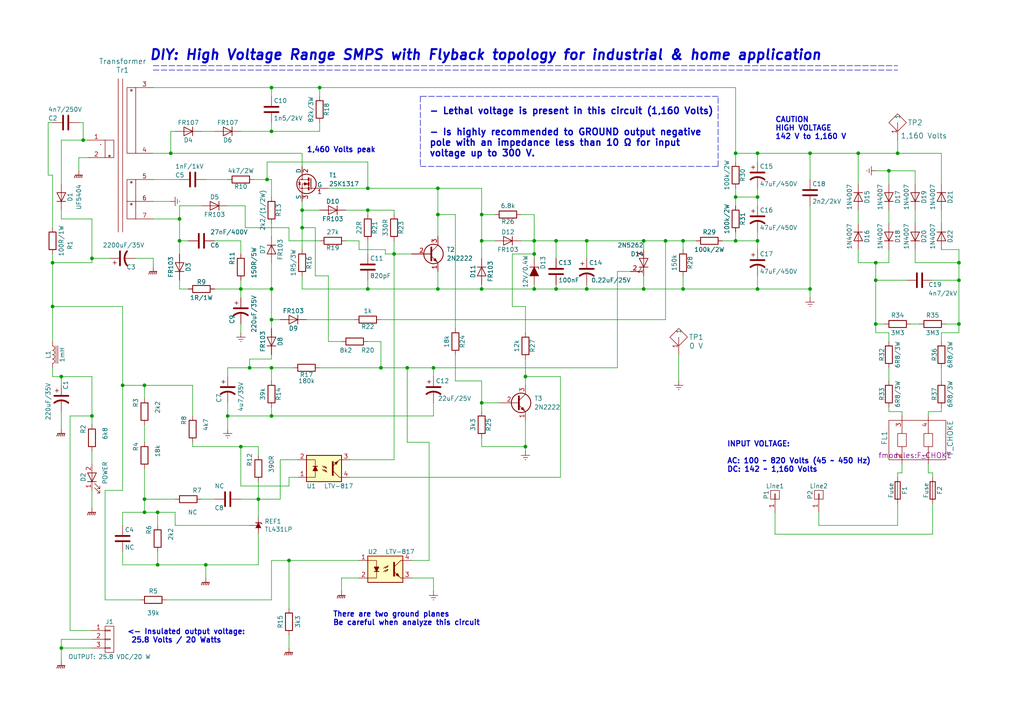
<source format=kicad_sch>
(kicad_sch (version 20231120) (generator "eeschema") (generator_version "8.0")
  (paper "A4")
  (title_block (title "Tesla SMPS") (date "2017-10-16") (rev "3") (comment 1 "Author: Fábio Pereira da Silva") (comment 2 "Creative Commons") (comment 3 "Wide Range and High Voltage SMPS with Flyback topology for industrial & home application"))
  (junction (at 41.91 148.59))
  (junction (at 127 83.82))
  (junction (at 260.35 44.45))
  (junction (at 52.07 69.85))
  (junction (at 154.94 73.66))
  (junction (at 78.74 106.68))
  (junction (at 125.73 106.68))
  (junction (at 110.49 106.68))
  (junction (at 17.78 109.22))
  (junction (at 161.29 83.82))
  (junction (at 254 81.28))
  (junction (at 17.78 187.96))
  (junction (at 26.67 74.93))
  (junction (at 127 54.61))
  (junction (at 78.74 83.82))
  (junction (at 278.13 76.2))
  (junction (at 118.11 106.68))
  (junction (at 106.68 83.82))
  (junction (at 193.04 69.85))
  (junction (at 186.69 83.82))
  (junction (at 213.36 69.85))
  (junction (at 234.95 44.45))
  (junction (at 78.74 38.1))
  (junction (at 278.13 81.28))
  (junction (at 257.81 49.53))
  (junction (at 78.74 25.4))
  (junction (at 83.82 162.56))
  (junction (at 198.12 69.85))
  (junction (at 219.71 44.45))
  (junction (at 49.53 44.45))
  (junction (at 24.13 40.64))
  (junction (at 219.71 57.15))
  (junction (at 278.13 93.98))
  (junction (at 170.18 83.82))
  (junction (at 219.71 83.82))
  (junction (at 59.69 163.83))
  (junction (at 152.4 129.54))
  (junction (at 66.04 120.65))
  (junction (at 15.24 88.9))
  (junction (at 87.63 60.96))
  (junction (at 139.7 116.84))
  (junction (at 74.93 144.78))
  (junction (at 161.29 69.85))
  (junction (at 139.7 62.23))
  (junction (at 45.72 148.59))
  (junction (at 69.85 129.54))
  (junction (at 170.18 69.85))
  (junction (at 127 62.23))
  (junction (at 248.92 44.45))
  (junction (at 106.68 54.61))
  (junction (at 254 93.98))
  (junction (at 78.74 120.65))
  (junction (at 114.3 73.66))
  (junction (at 139.7 83.82))
  (junction (at 254 76.2))
  (junction (at 15.24 76.2))
  (junction (at 198.12 83.82))
  (junction (at 154.94 83.82))
  (junction (at 26.67 120.65))
  (junction (at 106.68 60.96))
  (junction (at 78.74 92.71))
  (junction (at 186.69 69.85))
  (junction (at 77.47 52.07))
  (junction (at 213.36 57.15))
  (junction (at 139.7 69.85))
  (junction (at 219.71 69.85))
  (junction (at 69.85 83.82))
  (junction (at 213.36 44.45))
  (junction (at 92.71 25.4))
  (junction (at 35.56 111.76))
  (junction (at 72.39 106.68))
  (junction (at 87.63 66.04))
  (junction (at 45.72 163.83))
  (junction (at 234.95 83.82))
  (junction (at 41.91 111.76))
  (junction (at 52.07 63.5))
  (junction (at 152.4 109.22))
  (junction (at 41.91 144.78))
  (junction (at 154.94 69.85))
  (wire (pts (xy 265.43 72.39) (xy 265.43 76.2)))
  (wire (pts (xy 100.33 69.85) (xy 104.14 69.85)))
  (wire (pts (xy 219.71 83.82) (xy 234.95 83.82)))
  (wire (pts (xy 148.59 73.66) (xy 154.94 73.66)))
  (wire (pts (xy 92.71 106.68) (xy 110.49 106.68)))
  (wire (pts (xy 219.71 57.15) (xy 219.71 59.69)))
  (wire (pts (xy 106.68 62.23) (xy 106.68 60.96)))
  (wire (pts (xy 269.24 134.62) (xy 269.24 137.16)))
  (wire (pts (xy 198.12 80.01) (xy 198.12 83.82)))
  (wire (pts (xy 87.63 66.04) (xy 91.44 66.04)))
  (wire (pts (xy 59.69 163.83) (xy 74.93 163.83)))
  (wire (pts (xy 162.56 109.22) (xy 152.4 109.22)))
  (wire (pts (xy 83.82 138.43) (xy 83.82 140.97)))
  (wire (pts (xy 219.71 67.31) (xy 219.71 69.85)))
  (wire (pts (xy 54.61 83.82) (xy 52.07 83.82)))
  (wire (pts (xy 265.43 64.77) (xy 265.43 60.96)))
  (wire (pts (xy 66.04 120.65) (xy 78.74 120.65)))
  (polyline (pts (xy 44.45 19.05) (xy 260.35 19.05)) (stroke (width 0) (type dash)))
  (wire (pts (xy 219.71 54.61) (xy 219.71 57.15)))
  (wire (pts (xy 278.13 81.28) (xy 270.51 81.28)))
  (wire (pts (xy 55.88 111.76) (xy 55.88 120.65)))
  (wire (pts (xy 193.04 69.85) (xy 198.12 69.85)))
  (wire (pts (xy 114.3 73.66) (xy 119.38 73.66)))
  (wire (pts (xy 152.4 96.52) (xy 152.4 88.9)))
  (wire (pts (xy 17.78 60.96) (xy 17.78 63.5)))
  (wire (pts (xy 24.13 35.56) (xy 24.13 40.64)))
  (wire (pts (xy 179.07 106.68) (xy 179.07 78.74)))
  (wire (pts (xy 179.07 78.74) (xy 182.88 78.74)))
  (wire (pts (xy 152.4 129.54) (xy 152.4 130.81)))
  (wire (pts (xy 78.74 110.49) (xy 78.74 106.68)))
  (wire (pts (xy 278.13 93.98) (xy 278.13 81.28)))
  (wire (pts (xy 114.3 60.96) (xy 114.3 62.23)))
  (wire (pts (xy 170.18 69.85) (xy 186.69 69.85)))
  (wire (pts (xy 273.05 110.49) (xy 273.05 106.68)))
  (wire (pts (xy 269.24 120.65) (xy 269.24 119.38)))
  (wire (pts (xy 72.39 106.68) (xy 72.39 104.14)))
  (wire (pts (xy 78.74 25.4) (xy 92.71 25.4)))
  (wire (pts (xy 69.85 69.85) (xy 69.85 73.66)))
  (wire (pts (xy 127 83.82) (xy 139.7 83.82)))
  (wire (pts (xy 74.93 139.7) (xy 74.93 144.78)))
  (wire (pts (xy 41.91 111.76) (xy 55.88 111.76)))
  (wire (pts (xy 44.45 74.93) (xy 39.37 74.93)))
  (wire (pts (xy 83.82 140.97) (xy 69.85 140.97)))
  (wire (pts (xy 92.71 27.94) (xy 92.71 25.4)))
  (wire (pts (xy 127 62.23) (xy 127 68.58)))
  (wire (pts (xy 72.39 106.68) (xy 78.74 106.68)))
  (wire (pts (xy 273.05 64.77) (xy 273.05 60.96)))
  (wire (pts (xy 50.8 38.1) (xy 49.53 38.1)))
  (wire (pts (xy 110.49 106.68) (xy 118.11 106.68)))
  (wire (pts (xy 41.91 115.57) (xy 41.91 111.76)))
  (wire (pts (xy 213.36 25.4) (xy 213.36 44.45)))
  (polyline (pts (xy 121.92 27.94) (xy 121.92 48.26)) (stroke (width 0) (type dash)))
  (wire (pts (xy 91.44 80.01) (xy 95.25 80.01)))
  (wire (pts (xy 74.93 129.54) (xy 74.93 132.08)))
  (wire (pts (xy 248.92 44.45) (xy 260.35 44.45)))
  (wire (pts (xy 257.81 96.52) (xy 254 96.52)))
  (wire (pts (xy 26.67 109.22) (xy 26.67 120.65)))
  (wire (pts (xy 20.32 182.88) (xy 26.67 182.88)))
  (wire (pts (xy 69.85 93.98) (xy 69.85 96.52)))
  (wire (pts (xy 224.79 154.94) (xy 270.51 154.94)))
  (wire (pts (xy 59.69 167.64) (xy 59.69 163.83)))
  (wire (pts (xy 15.24 88.9) (xy 15.24 99.06)))
  (wire (pts (xy 41.91 128.27) (xy 41.91 123.19)))
  (wire (pts (xy 86.36 138.43) (xy 83.82 138.43)))
  (wire (pts (xy 69.85 140.97) (xy 69.85 129.54)))
  (wire (pts (xy 278.13 81.28) (xy 278.13 76.2)))
  (wire (pts (xy 44.45 63.5) (xy 52.07 63.5)))
  (wire (pts (xy 257.81 99.06) (xy 257.81 96.52)))
  (wire (pts (xy 213.36 44.45) (xy 213.36 46.99)))
  (wire (pts (xy 78.74 106.68) (xy 85.09 106.68)))
  (wire (pts (xy 125.73 120.65) (xy 125.73 116.84)))
  (wire (pts (xy 35.56 148.59) (xy 41.91 148.59)))
  (wire (pts (xy 154.94 69.85) (xy 161.29 69.85)))
  (wire (pts (xy 266.7 93.98) (xy 264.16 93.98)))
  (wire (pts (xy 254 49.53) (xy 257.81 49.53)))
  (polyline (pts (xy 44.45 20.32) (xy 260.35 20.32)) (stroke (width 0) (type dash)))
  (wire (pts (xy 45.72 148.59) (xy 45.72 152.4)))
  (wire (pts (xy 17.78 187.96) (xy 17.78 191.77)))
  (wire (pts (xy 69.85 83.82) (xy 69.85 86.36)))
  (wire (pts (xy 234.95 44.45) (xy 248.92 44.45)))
  (wire (pts (xy 62.23 83.82) (xy 69.85 83.82)))
  (wire (pts (xy 186.69 83.82) (xy 198.12 83.82)))
  (wire (pts (xy 83.82 187.96) (xy 83.82 184.15)))
  (wire (pts (xy 15.24 109.22) (xy 17.78 109.22)))
  (wire (pts (xy 35.56 88.9) (xy 35.56 111.76)))
  (wire (pts (xy 106.68 81.28) (xy 106.68 83.82)))
  (wire (pts (xy 83.82 69.85) (xy 83.82 66.04)))
  (wire (pts (xy 72.39 152.4) (xy 50.8 152.4)))
  (wire (pts (xy 41.91 144.78) (xy 41.91 148.59)))
  (wire (pts (xy 139.7 83.82) (xy 154.94 83.82)))
  (wire (pts (xy 106.68 99.06) (xy 110.49 99.06)))
  (wire (pts (xy 49.53 38.1) (xy 49.53 44.45)))
  (wire (pts (xy 20.32 182.88) (xy 20.32 120.65)))
  (wire (pts (xy 186.69 80.01) (xy 186.69 83.82)))
  (wire (pts (xy 50.8 152.4) (xy 50.8 148.59)))
  (wire (pts (xy 224.79 148.59) (xy 224.79 154.94)))
  (wire (pts (xy 87.63 58.42) (xy 87.63 60.96)))
  (wire (pts (xy 127 83.82) (xy 127 78.74)))
  (wire (pts (xy 132.08 110.49) (xy 139.7 110.49)))
  (wire (pts (xy 234.95 44.45) (xy 234.95 52.07)))
  (wire (pts (xy 213.36 69.85) (xy 219.71 69.85)))
  (wire (pts (xy 87.63 44.45) (xy 87.63 48.26)))
  (wire (pts (xy 62.23 69.85) (xy 69.85 69.85)))
  (wire (pts (xy 78.74 27.94) (xy 78.74 25.4)))
  (wire (pts (xy 15.24 35.56) (xy 13.97 35.56)))
  (wire (pts (xy 77.47 46.99) (xy 106.68 46.99)))
  (wire (pts (xy 170.18 74.93) (xy 170.18 69.85)))
  (wire (pts (xy 78.74 64.77) (xy 78.74 68.58)))
  (wire (pts (xy 265.43 76.2) (xy 278.13 76.2)))
  (wire (pts (xy 119.38 167.64) (xy 125.73 167.64)))
  (wire (pts (xy 114.3 133.35) (xy 101.6 133.35)))
  (polyline (pts (xy 208.28 48.26) (xy 208.28 27.94)) (stroke (width 0) (type dash)))
  (wire (pts (xy 162.56 138.43) (xy 101.6 138.43)))
  (wire (pts (xy 78.74 118.11) (xy 78.74 120.65)))
  (wire (pts (xy 15.24 73.66) (xy 15.24 76.2)))
  (wire (pts (xy 17.78 111.76) (xy 17.78 109.22)))
  (wire (pts (xy 213.36 67.31) (xy 213.36 69.85)))
  (wire (pts (xy 193.04 92.71) (xy 193.04 69.85)))
  (wire (pts (xy 114.3 69.85) (xy 114.3 73.66)))
  (wire (pts (xy 152.4 104.14) (xy 152.4 109.22)))
  (wire (pts (xy 26.67 76.2) (xy 15.24 76.2)))
  (wire (pts (xy 24.13 40.64) (xy 25.4 40.64)))
  (wire (pts (xy 257.81 49.53) (xy 257.81 53.34)))
  (wire (pts (xy 83.82 162.56) (xy 104.14 162.56)))
  (wire (pts (xy 257.81 60.96) (xy 257.81 64.77)))
  (wire (pts (xy 161.29 74.93) (xy 161.29 69.85)))
  (wire (pts (xy 15.24 76.2) (xy 15.24 88.9)))
  (wire (pts (xy 78.74 173.99) (xy 78.74 162.56)))
  (wire (pts (xy 139.7 69.85) (xy 143.51 69.85)))
  (wire (pts (xy 66.04 106.68) (xy 66.04 109.22)))
  (wire (pts (xy 269.24 137.16) (xy 270.51 137.16)))
  (wire (pts (xy 45.72 160.02) (xy 45.72 163.83)))
  (wire (pts (xy 52.07 52.07) (xy 44.45 52.07)))
  (wire (pts (xy 44.45 77.47) (xy 44.45 74.93)))
  (wire (pts (xy 99.06 167.64) (xy 104.14 167.64)))
  (wire (pts (xy 44.45 44.45) (xy 49.53 44.45)))
  (wire (pts (xy 26.67 185.42) (xy 17.78 185.42)))
  (wire (pts (xy 152.4 88.9) (xy 148.59 88.9)))
  (wire (pts (xy 69.85 129.54) (xy 74.93 129.54)))
  (wire (pts (xy 260.35 40.64) (xy 260.35 44.45)))
  (wire (pts (xy 78.74 104.14) (xy 78.74 102.87)))
  (wire (pts (xy 278.13 72.39) (xy 273.05 72.39)))
  (wire (pts (xy 58.42 144.78) (xy 62.23 144.78)))
  (wire (pts (xy 74.93 144.78) (xy 74.93 149.86)))
  (wire (pts (xy 15.24 50.8) (xy 13.97 50.8)))
  (wire (pts (xy 104.14 69.85) (xy 104.14 72.39)))
  (wire (pts (xy 78.74 162.56) (xy 83.82 162.56)))
  (wire (pts (xy 186.69 72.39) (xy 186.69 69.85)))
  (wire (pts (xy 278.13 76.2) (xy 278.13 72.39)))
  (wire (pts (xy 22.86 35.56) (xy 24.13 35.56)))
  (wire (pts (xy 248.92 72.39) (xy 248.92 76.2)))
  (wire (pts (xy 196.85 110.49) (xy 196.85 102.87)))
  (wire (pts (xy 95.25 99.06) (xy 99.06 99.06)))
  (wire (pts (xy 186.69 69.85) (xy 193.04 69.85)))
  (wire (pts (xy 148.59 88.9) (xy 148.59 73.66)))
  (wire (pts (xy 139.7 129.54) (xy 152.4 129.54)))
  (wire (pts (xy 213.36 57.15) (xy 219.71 57.15)))
  (wire (pts (xy 132.08 62.23) (xy 127 62.23)))
  (wire (pts (xy 35.56 163.83) (xy 45.72 163.83)))
  (wire (pts (xy 124.46 162.56) (xy 124.46 128.27)))
  (wire (pts (xy 58.42 59.69) (xy 52.07 59.69)))
  (wire (pts (xy 71.12 66.04) (xy 71.12 59.69)))
  (wire (pts (xy 91.44 66.04) (xy 91.44 80.01)))
  (wire (pts (xy 139.7 54.61) (xy 139.7 62.23)))
  (wire (pts (xy 78.74 38.1) (xy 92.71 38.1)))
  (wire (pts (xy 49.53 58.42) (xy 44.45 58.42)))
  (wire (pts (xy 72.39 104.14) (xy 78.74 104.14)))
  (wire (pts (xy 257.81 49.53) (xy 265.43 49.53)))
  (wire (pts (xy 20.32 120.65) (xy 26.67 120.65)))
  (wire (pts (xy 254 93.98) (xy 254 81.28)))
  (wire (pts (xy 106.68 46.99) (xy 106.68 54.61)))
  (wire (pts (xy 17.78 40.64) (xy 24.13 40.64)))
  (wire (pts (xy 81.28 144.78) (xy 81.28 133.35)))
  (wire (pts (xy 87.63 60.96) (xy 87.63 66.04)))
  (wire (pts (xy 52.07 63.5) (xy 52.07 69.85)))
  (wire (pts (xy 248.92 76.2) (xy 254 76.2)))
  (wire (pts (xy 17.78 40.64) (xy 17.78 53.34)))
  (wire (pts (xy 219.71 69.85) (xy 219.71 72.39)))
  (wire (pts (xy 31.75 74.93) (xy 26.67 74.93)))
  (wire (pts (xy 55.88 129.54) (xy 69.85 129.54)))
  (wire (pts (xy 248.92 44.45) (xy 248.92 53.34)))
  (wire (pts (xy 35.56 88.9) (xy 15.24 88.9)))
  (wire (pts (xy 17.78 109.22) (xy 26.67 109.22)))
  (wire (pts (xy 35.56 111.76) (xy 41.91 111.76)))
  (wire (pts (xy 106.68 69.85) (xy 106.68 73.66)))
  (wire (pts (xy 26.67 187.96) (xy 17.78 187.96)))
  (wire (pts (xy 78.74 92.71) (xy 78.74 95.25)))
  (wire (pts (xy 87.63 83.82) (xy 87.63 80.01)))
  (wire (pts (xy 161.29 83.82) (xy 170.18 83.82)))
  (wire (pts (xy 234.95 59.69) (xy 234.95 83.82)))
  (wire (pts (xy 15.24 66.04) (xy 15.24 50.8)))
  (wire (pts (xy 45.72 148.59) (xy 50.8 148.59)))
  (wire (pts (xy 139.7 62.23) (xy 139.7 69.85)))
  (wire (pts (xy 77.47 52.07) (xy 77.47 46.99)))
  (wire (pts (xy 41.91 135.89) (xy 41.91 144.78)))
  (wire (pts (xy 81.28 133.35) (xy 86.36 133.35)))
  (wire (pts (xy 26.67 142.24) (xy 26.67 147.32)))
  (wire (pts (xy 74.93 154.94) (xy 74.93 163.83)))
  (wire (pts (xy 88.9 92.71) (xy 102.87 92.71)))
  (polyline (pts (xy 121.92 48.26) (xy 208.28 48.26)) (stroke (width 0) (type dash)))
  (wire (pts (xy 161.29 69.85) (xy 170.18 69.85)))
  (wire (pts (xy 237.49 148.59) (xy 237.49 152.4)))
  (wire (pts (xy 92.71 25.4) (xy 213.36 25.4)))
  (wire (pts (xy 78.74 35.56) (xy 78.74 38.1)))
  (wire (pts (xy 269.24 119.38) (xy 273.05 119.38)))
  (wire (pts (xy 17.78 185.42) (xy 17.78 187.96)))
  (wire (pts (xy 87.63 83.82) (xy 106.68 83.82)))
  (wire (pts (xy 161.29 83.82) (xy 161.29 82.55)))
  (wire (pts (xy 273.05 44.45) (xy 273.05 53.34)))
  (wire (pts (xy 83.82 162.56) (xy 83.82 176.53)))
  (wire (pts (xy 71.12 59.69) (xy 66.04 59.69)))
  (wire (pts (xy 49.53 44.45) (xy 87.63 44.45)))
  (wire (pts (xy 15.24 109.22) (xy 15.24 106.68)))
  (wire (pts (xy 143.51 62.23) (xy 139.7 62.23)))
  (wire (pts (xy 95.25 54.61) (xy 106.68 54.61)))
  (wire (pts (xy 13.97 50.8) (xy 13.97 35.56)))
  (wire (pts (xy 213.36 54.61) (xy 213.36 57.15)))
  (wire (pts (xy 35.56 160.02) (xy 35.56 163.83)))
  (wire (pts (xy 26.67 74.93) (xy 26.67 76.2)))
  (wire (pts (xy 209.55 69.85) (xy 213.36 69.85)))
  (wire (pts (xy 254 81.28) (xy 254 76.2)))
  (wire (pts (xy 261.62 119.38) (xy 261.62 120.65)))
  (wire (pts (xy 30.48 142.24) (xy 30.48 173.99)))
  (wire (pts (xy 257.81 118.11) (xy 257.81 119.38)))
  (wire (pts (xy 257.81 106.68) (xy 257.81 110.49)))
  (wire (pts (xy 95.25 80.01) (xy 95.25 99.06)))
  (wire (pts (xy 119.38 162.56) (xy 124.46 162.56)))
  (wire (pts (xy 52.07 83.82) (xy 52.07 81.28)))
  (wire (pts (xy 78.74 76.2) (xy 78.74 83.82)))
  (wire (pts (xy 154.94 73.66) (xy 154.94 74.93)))
  (wire (pts (xy 154.94 62.23) (xy 154.94 69.85)))
  (wire (pts (xy 234.95 83.82) (xy 234.95 86.36)))
  (wire (pts (xy 151.13 69.85) (xy 154.94 69.85)))
  (wire (pts (xy 273.05 119.38) (xy 273.05 118.11)))
  (wire (pts (xy 22.86 49.53) (xy 22.86 45.72)))
  (wire (pts (xy 219.71 44.45) (xy 219.71 46.99)))
  (wire (pts (xy 35.56 148.59) (xy 35.56 152.4)))
  (wire (pts (xy 273.05 99.06) (xy 273.05 96.52)))
  (wire (pts (xy 69.85 83.82) (xy 78.74 83.82)))
  (wire (pts (xy 139.7 69.85) (xy 139.7 74.93)))
  (wire (pts (xy 78.74 120.65) (xy 125.73 120.65)))
  (wire (pts (xy 66.04 116.84) (xy 66.04 120.65)))
  (wire (pts (xy 118.11 128.27) (xy 118.11 106.68)))
  (wire (pts (xy 26.67 134.62) (xy 26.67 130.81)))
  (wire (pts (xy 62.23 38.1) (xy 58.42 38.1)))
  (wire (pts (xy 219.71 44.45) (xy 234.95 44.45)))
  (wire (pts (xy 270.51 137.16) (xy 270.51 138.43)))
  (wire (pts (xy 154.94 83.82) (xy 161.29 83.82)))
  (wire (pts (xy 26.67 120.65) (xy 26.67 123.19)))
  (wire (pts (xy 260.35 44.45) (xy 273.05 44.45)))
  (wire (pts (xy 92.71 60.96) (xy 87.63 60.96)))
  (wire (pts (xy 35.56 111.76) (xy 35.56 142.24)))
  (wire (pts (xy 99.06 171.45) (xy 99.06 167.64)))
  (wire (pts (xy 257.81 76.2) (xy 257.81 72.39)))
  (wire (pts (xy 48.26 173.99) (xy 78.74 173.99)))
  (wire (pts (xy 125.73 167.64) (xy 125.73 171.45)))
  (wire (pts (xy 260.35 138.43) (xy 260.35 137.16)))
  (wire (pts (xy 106.68 54.61) (xy 127 54.61)))
  (wire (pts (xy 270.51 154.94) (xy 270.51 146.05)))
  (wire (pts (xy 260.35 152.4) (xy 260.35 146.05)))
  (wire (pts (xy 17.78 63.5) (xy 26.67 63.5)))
  (wire (pts (xy 83.82 66.04) (xy 71.12 66.04)))
  (wire (pts (xy 132.08 95.25) (xy 132.08 62.23)))
  (wire (pts (xy 35.56 142.24) (xy 30.48 142.24)))
  (wire (pts (xy 265.43 49.53) (xy 265.43 53.34)))
  (wire (pts (xy 151.13 62.23) (xy 154.94 62.23)))
  (wire (pts (xy 198.12 83.82) (xy 219.71 83.82)))
  (wire (pts (xy 111.76 72.39) (xy 111.76 73.66)))
  (wire (pts (xy 144.78 116.84) (xy 139.7 116.84)))
  (wire (pts (xy 254 76.2) (xy 257.81 76.2)))
  (wire (pts (xy 77.47 52.07) (xy 78.74 52.07)))
  (wire (pts (xy 219.71 80.01) (xy 219.71 83.82)))
  (wire (pts (xy 87.63 66.04) (xy 87.63 72.39)))
  (wire (pts (xy 78.74 83.82) (xy 78.74 92.71)))
  (wire (pts (xy 52.07 69.85) (xy 54.61 69.85)))
  (wire (pts (xy 69.85 38.1) (xy 78.74 38.1)))
  (wire (pts (xy 66.04 52.07) (xy 59.69 52.07)))
  (wire (pts (xy 127 54.61) (xy 127 62.23)))
  (wire (pts (xy 213.36 44.45) (xy 219.71 44.45)))
  (wire (pts (xy 41.91 148.59) (xy 45.72 148.59)))
  (wire (pts (xy 52.07 69.85) (xy 52.07 73.66)))
  (wire (pts (xy 170.18 83.82) (xy 170.18 82.55)))
  (wire (pts (xy 170.18 83.82) (xy 186.69 83.82)))
  (wire (pts (xy 256.54 93.98) (xy 254 93.98)))
  (wire (pts (xy 124.46 128.27) (xy 118.11 128.27)))
  (wire (pts (xy 248.92 64.77) (xy 248.92 60.96)))
  (wire (pts (xy 198.12 69.85) (xy 201.93 69.85)))
  (wire (pts (xy 104.14 72.39) (xy 111.76 72.39)))
  (wire (pts (xy 78.74 52.07) (xy 78.74 57.15)))
  (wire (pts (xy 118.11 106.68) (xy 125.73 106.68)))
  (wire (pts (xy 52.07 59.69) (xy 52.07 63.5)))
  (wire (pts (xy 50.8 144.78) (xy 41.91 144.78)))
  (wire (pts (xy 132.08 102.87) (xy 132.08 110.49)))
  (wire (pts (xy 139.7 110.49) (xy 139.7 116.84)))
  (wire (pts (xy 111.76 73.66) (xy 114.3 73.66)))
  (wire (pts (xy 74.93 144.78) (xy 81.28 144.78)))
  (wire (pts (xy 162.56 109.22) (xy 162.56 138.43)))
  (wire (pts (xy 154.94 69.85) (xy 154.94 73.66)))
  (wire (pts (xy 152.4 121.92) (xy 152.4 129.54)))
  (wire (pts (xy 125.73 106.68) (xy 125.73 109.22)))
  (wire (pts (xy 213.36 57.15) (xy 213.36 59.69)))
  (wire (pts (xy 125.73 106.68) (xy 179.07 106.68)))
  (wire (pts (xy 257.81 119.38) (xy 261.62 119.38)))
  (wire (pts (xy 78.74 92.71) (xy 81.28 92.71)))
  (wire (pts (xy 55.88 129.54) (xy 55.88 128.27)))
  (wire (pts (xy 260.35 137.16) (xy 261.62 137.16)))
  (wire (pts (xy 92.71 69.85) (xy 83.82 69.85)))
  (wire (pts (xy 106.68 60.96) (xy 114.3 60.96)))
  (wire (pts (xy 139.7 82.55) (xy 139.7 83.82)))
  (polyline (pts (xy 208.28 27.94) (xy 121.92 27.94)) (stroke (width 0) (type dash)))
  (wire (pts (xy 114.3 73.66) (xy 114.3 133.35)))
  (wire (pts (xy 73.66 52.07) (xy 77.47 52.07)))
  (wire (pts (xy 154.94 83.82) (xy 154.94 82.55)))
  (wire (pts (xy 44.45 25.4) (xy 78.74 25.4)))
  (wire (pts (xy 30.48 173.99) (xy 40.64 173.99)))
  (wire (pts (xy 198.12 69.85) (xy 198.12 72.39)))
  (wire (pts (xy 45.72 163.83) (xy 59.69 163.83)))
  (wire (pts (xy 254 81.28) (xy 262.89 81.28)))
  (wire (pts (xy 274.32 93.98) (xy 278.13 93.98)))
  (wire (pts (xy 278.13 96.52) (xy 278.13 93.98)))
  (wire (pts (xy 66.04 120.65) (xy 66.04 124.46)))
  (wire (pts (xy 139.7 127) (xy 139.7 129.54)))
  (wire (pts (xy 237.49 152.4) (xy 260.35 152.4)))
  (wire (pts (xy 66.04 106.68) (xy 72.39 106.68)))
  (wire (pts (xy 22.86 45.72) (xy 25.4 45.72)))
  (wire (pts (xy 69.85 144.78) (xy 74.93 144.78)))
  (wire (pts (xy 152.4 109.22) (xy 152.4 111.76)))
  (wire (pts (xy 273.05 96.52) (xy 278.13 96.52)))
  (wire (pts (xy 261.62 137.16) (xy 261.62 134.62)))
  (wire (pts (xy 26.67 63.5) (xy 26.67 74.93)))
  (wire (pts (xy 92.71 38.1) (xy 92.71 35.56)))
  (wire (pts (xy 100.33 60.96) (xy 106.68 60.96)))
  (wire (pts (xy 17.78 124.46) (xy 17.78 119.38)))
  (wire (pts (xy 127 54.61) (xy 139.7 54.61)))
  (wire (pts (xy 106.68 83.82) (xy 127 83.82)))
  (wire (pts (xy 110.49 92.71) (xy 193.04 92.71)))
  (wire (pts (xy 254 96.52) (xy 254 93.98)))
  (wire (pts (xy 110.49 99.06) (xy 110.49 106.68)))
  (wire (pts (xy 139.7 116.84) (xy 139.7 119.38)))
  (wire (pts (xy 69.85 81.28) (xy 69.85 83.82)))
  (text "- Lethal voltage is present in this circuit (1,160 Volts)\n\n- Is highly recommended to GROUND output negative\npole with an impedance less than 10 Ω for input \nvoltage up to 300 V.\n" (at 124.46 45.72 0) (effects (font (size 1.905 1.905) (thickness 0.381) (bold yes)) (justify left bottom)))
  (text "INPUT VOLTAGE:\n\nAC: 100 ~ 820 Volts (45 ~ 450 Hz)\nDC: 142 ~ 1,160 Volts" (at 210.82 137.16 0) (effects (font (size 1.524 1.524) (thickness 0.3048) (bold yes)) (justify left bottom)))
  (text "1,460 Volts peak" (at 88.9 44.45 0) (effects (font (size 1.524 1.524) (thickness 0.3048) (bold yes)) (justify left bottom)))
  (text "<- Insulated output voltage:\n 25.8 Volts / 20 Watts" (at 36.83 186.69 0) (effects (font (size 1.524 1.524) (thickness 0.3048) (bold yes)) (justify left bottom)))
  (text "CAUTION\nHIGH VOLTAGE\n142 V to 1,160 V" (at 224.79 40.64 0) (effects (font (size 1.524 1.524) (thickness 0.3048) (bold yes)) (justify left bottom)))
  (text "DIY: High Voltage Range SMPS with Flyback topology for industrial & home application" (at 43.18 17.78 0) (effects (font (size 2.8956 2.8956) (thickness 0.5791) (bold yes) (italic yes)) (justify left bottom)))
  (text "There are two ground planes\nBe careful when analyze this circuit\n" (at 96.52 181.61 0) (effects (font (size 1.524 1.524) (thickness 0.3048) (bold yes)) (justify left bottom)))
  (symbol (lib_id "tesla_smps-rescue:2SK1317") (at 87.63 53.34 0) (mirror y) (unit 1)
    (property "Reference" "T1" (at 97.79 50.8 0) (effects (justify left)))
    (property "Value" "2SK1317" (at 104.14 53.34 0) (effects (justify left)))
    (property "Footprint" "fmodules:TO-3P-3_Vertical" (effects (hide yes)))
    (property "Datasheet" "https://www.renesas.com/en-eu/doc/products/transistor/003/rej03g0929_2sk1317ds.pdf" (effects (hide yes)))
  )
  (symbol (lib_id "tesla_smps-rescue:R") (at 87.63 76.2 0) (unit 1)
    (property "Reference" "R16" (at 89.662 76.2 90))
    (property "Value" "1R5/3W" (at 85.09 76.2 90))
    (property "Footprint" "Resistor_THT:R_Axial_DIN0309_L9.0mm_D3.2mm_P2.54mm_Vertical" (effects (hide yes)))
    (property "Datasheet" "http://www.token.com.tw/pdf/resistor/resistor-forming-dimensions.pdf" (effects (hide yes)))
  )
  (symbol (lib_id "tesla_smps-rescue:CP1") (at 219.71 50.8 0) (unit 1)
    (property "Reference" "C15" (at 220.345 48.26 0) (effects (justify left)))
    (property "Value" "47uF/450V" (at 220.345 53.34 0) (effects (justify left)))
    (property "Footprint" "Capacitor_THT:C_Radial_D12.5mm_H25.0mm_P5.00mm" (effects (hide yes)))
    (property "Datasheet" "https://br.mouser.com/datasheet/2/420/United-Chemi-Con-1511408.pdf" (effects (hide yes)))
  )
  (symbol (lib_id "tesla_smps-rescue:CP1") (at 219.71 63.5 0) (unit 1)
    (property "Reference" "C16" (at 220.345 60.96 0) (effects (justify left)))
    (property "Value" "47uF/450V" (at 220.345 66.04 0) (effects (justify left)))
    (property "Footprint" "Capacitor_THT:C_Radial_D12.5mm_H25.0mm_P5.00mm" (effects (hide yes)))
    (property "Datasheet" "https://br.mouser.com/datasheet/2/420/United-Chemi-Con-1511408.pdf" (effects (hide yes)))
  )
  (symbol (lib_id "tesla_smps-rescue:CP1") (at 219.71 76.2 0) (unit 1)
    (property "Reference" "C17" (at 220.345 73.66 0) (effects (justify left)))
    (property "Value" "47uF/450V" (at 220.345 78.74 0) (effects (justify left)))
    (property "Footprint" "Capacitor_THT:C_Radial_D12.5mm_H25.0mm_P5.00mm" (effects (hide yes)))
    (property "Datasheet" "https://br.mouser.com/datasheet/2/420/United-Chemi-Con-1511408.pdf" (effects (hide yes)))
  )
  (symbol (lib_id "tesla_smps-rescue:R") (at 213.36 50.8 0) (unit 1)
    (property "Reference" "R30" (at 215.392 50.8 90))
    (property "Value" "100k/2W" (at 210.82 50.8 90))
    (property "Footprint" "Resistor_THT:R_Axial_DIN0516_L15.5mm_D5.0mm_P7.62mm_Vertical" (effects (hide yes)))
    (property "Datasheet" "http://www.token.com.tw/pdf/resistor/resistor-forming-dimensions.pdf" (effects (hide yes)))
  )
  (symbol (lib_id "tesla_smps-rescue:R") (at 213.36 63.5 0) (unit 1)
    (property "Reference" "R31" (at 215.392 63.5 90))
    (property "Value" "100k/2W" (at 210.82 63.5 90))
    (property "Footprint" "Resistor_THT:R_Axial_DIN0516_L15.5mm_D5.0mm_P7.62mm_Vertical" (effects (hide yes)))
    (property "Datasheet" "http://www.token.com.tw/pdf/resistor/resistor-forming-dimensions.pdf" (effects (hide yes)))
  )
  (symbol (lib_id "tesla_smps-rescue:R") (at 205.74 69.85 270) (unit 1)
    (property "Reference" "R29" (at 205.74 67.31 90))
    (property "Value" "100k/2W" (at 205.74 72.39 90))
    (property "Footprint" "Resistor_THT:R_Axial_DIN0516_L15.5mm_D5.0mm_P7.62mm_Vertical" (effects (hide yes)))
    (property "Datasheet" "http://www.token.com.tw/pdf/resistor/resistor-forming-dimensions.pdf" (effects (hide yes)))
  )
  (symbol (lib_id "tesla_smps-rescue:D") (at 273.05 68.58 270) (unit 1)
    (property "Reference" "D22" (at 275.59 68.58 0))
    (property "Value" "1N4007" (at 270.51 68.58 0))
    (property "Footprint" "Diode_SMD:D_SMA" (effects (hide yes)))
    (property "Datasheet" "https://www.mouser.com/datasheet/2/258/mccc_s_a0009835489_1-2274410.pdf" (effects (hide yes)))
  )
  (symbol (lib_id "tesla_smps-rescue:D") (at 248.92 68.58 270) (unit 1)
    (property "Reference" "D16" (at 251.46 68.58 0))
    (property "Value" "1N4007" (at 246.38 68.58 0))
    (property "Footprint" "Diode_SMD:D_SMA" (effects (hide yes)))
    (property "Datasheet" "https://www.mouser.com/datasheet/2/258/mccc_s_a0009835489_1-2274410.pdf" (effects (hide yes)))
  )
  (symbol (lib_id "tesla_smps-rescue:D") (at 265.43 68.58 270) (mirror x) (unit 1)
    (property "Reference" "D20" (at 267.97 68.58 0))
    (property "Value" "1N4007" (at 262.89 68.58 0))
    (property "Footprint" "Diode_SMD:D_SMA" (effects (hide yes)))
    (property "Datasheet" "https://www.mouser.com/datasheet/2/258/mccc_s_a0009835489_1-2274410.pdf" (effects (hide yes)))
  )
  (symbol (lib_id "tesla_smps-rescue:D") (at 257.81 68.58 270) (mirror x) (unit 1)
    (property "Reference" "D18" (at 260.35 68.58 0))
    (property "Value" "1N4007" (at 255.27 68.58 0))
    (property "Footprint" "Diode_SMD:D_SMA" (effects (hide yes)))
    (property "Datasheet" "https://www.mouser.com/datasheet/2/258/mccc_s_a0009835489_1-2274410.pdf" (effects (hide yes)))
  )
  (symbol (lib_id "tesla_smps-rescue:R") (at 273.05 102.87 180) (unit 1)
    (property "Reference" "R36" (at 271.018 102.87 90))
    (property "Value" "6R8/3W" (at 275.59 102.87 90))
    (property "Footprint" "Resistor_THT:R_Axial_DIN0516_L15.5mm_D5.0mm_P7.62mm_Vertical" (effects (hide yes)))
    (property "Datasheet" "http://www.token.com.tw/pdf/resistor/resistor-forming-dimensions.pdf" (effects (hide yes)))
  )
  (symbol (lib_id "tesla_smps-rescue:R") (at 273.05 114.3 180) (unit 1)
    (property "Reference" "R37" (at 271.018 114.3 90))
    (property "Value" "6R8/3W" (at 275.59 114.3 90))
    (property "Footprint" "Resistor_THT:R_Axial_DIN0516_L15.5mm_D5.0mm_P7.62mm_Vertical" (effects (hide yes)))
    (property "Datasheet" "http://www.token.com.tw/pdf/resistor/resistor-forming-dimensions.pdf" (effects (hide yes)))
  )
  (symbol (lib_id "tesla_smps-rescue:R") (at 257.81 102.87 180) (unit 1)
    (property "Reference" "R32" (at 255.778 102.87 90))
    (property "Value" "6R8/3W" (at 260.35 102.87 90))
    (property "Footprint" "Resistor_THT:R_Axial_DIN0516_L15.5mm_D5.0mm_P7.62mm_Vertical" (effects (hide yes)))
    (property "Datasheet" "http://www.token.com.tw/pdf/resistor/resistor-forming-dimensions.pdf" (effects (hide yes)))
  )
  (symbol (lib_id "tesla_smps-rescue:R") (at 257.81 114.3 180) (unit 1)
    (property "Reference" "R33" (at 255.778 114.3 90))
    (property "Value" "6R8/3W" (at 260.35 114.3 90))
    (property "Footprint" "Resistor_THT:R_Axial_DIN0516_L15.5mm_D5.0mm_P7.62mm_Vertical" (effects (hide yes)))
    (property "Datasheet" "http://www.token.com.tw/pdf/resistor/resistor-forming-dimensions.pdf" (effects (hide yes)))
  )
  (symbol (lib_id "tesla_smps-rescue:D") (at 248.92 57.15 270) (unit 1)
    (property "Reference" "D15" (at 251.46 57.15 0))
    (property "Value" "1N4007" (at 246.38 57.15 0))
    (property "Footprint" "Diode_SMD:D_SMA" (effects (hide yes)))
    (property "Datasheet" "https://www.mouser.com/datasheet/2/258/mccc_s_a0009835489_1-2274410.pdf" (effects (hide yes)))
  )
  (symbol (lib_id "tesla_smps-rescue:D") (at 257.81 57.15 270) (mirror x) (unit 1)
    (property "Reference" "D17" (at 260.35 57.15 0))
    (property "Value" "1N4007" (at 255.27 57.15 0))
    (property "Footprint" "Diode_SMD:D_SMA" (effects (hide yes)))
    (property "Datasheet" "https://www.mouser.com/datasheet/2/258/mccc_s_a0009835489_1-2274410.pdf" (effects (hide yes)))
  )
  (symbol (lib_id "tesla_smps-rescue:D") (at 265.43 57.15 270) (mirror x) (unit 1)
    (property "Reference" "D19" (at 267.97 57.15 0))
    (property "Value" "1N4007" (at 262.89 57.15 0))
    (property "Footprint" "Diode_SMD:D_SMA" (effects (hide yes)))
    (property "Datasheet" "https://www.mouser.com/datasheet/2/258/mccc_s_a0009835489_1-2274410.pdf" (effects (hide yes)))
  )
  (symbol (lib_id "tesla_smps-rescue:D") (at 273.05 57.15 270) (unit 1)
    (property "Reference" "D21" (at 275.59 57.15 0))
    (property "Value" "1N4007" (at 270.51 57.15 0))
    (property "Footprint" "Diode_SMD:D_SMA" (effects (hide yes)))
    (property "Datasheet" "https://www.mouser.com/datasheet/2/258/mccc_s_a0009835489_1-2274410.pdf" (effects (hide yes)))
  )
  (symbol (lib_id "tesla_smps-rescue:C") (at 234.95 55.88 0) (unit 1)
    (property "Reference" "C18" (at 235.585 53.34 0) (effects (justify left)))
    (property "Value" "2n2/2kV" (at 235.585 58.42 0) (effects (justify left)))
    (property "Footprint" "Capacitor_THT:C_Disc_D7.5mm_W4.4mm_P5.00mm" (effects (hide yes)))
    (property "Datasheet" "https://www.vishay.com/docs/28515/sseries.pdf" (effects (hide yes)))
  )
  (symbol (lib_id "tesla_smps-rescue:C") (at 266.7 81.28 270) (unit 1)
    (property "Reference" "C19" (at 269.24 82.55 90) (effects (justify left)))
    (property "Value" "4n7/2kV" (at 269.24 85.09 90) (effects (justify left)))
    (property "Footprint" "Capacitor_THT:C_Disc_D7.5mm_W4.4mm_P5.00mm" (effects (hide yes)))
    (property "Datasheet" "https://www.vishay.com/docs/28515/sseries.pdf" (effects (hide yes)))
  )
  (symbol (lib_id "tesla_smps-rescue:GNDREF") (at 254 49.53 270) (unit 1)
    (property "Reference" "#PWR01" (effects (hide yes)))
    (property "Value" "GNDREF" (effects (hide yes)))
  )
  (symbol (lib_id "tesla_smps-rescue:GNDREF") (at 234.95 86.36 0) (unit 1)
    (property "Reference" "#PWR02" (effects (hide yes)))
    (property "Value" "GNDREF" (effects (hide yes)))
  )
  (symbol (lib_id "tesla_smps-rescue:D_Zener_ALT") (at 154.94 78.74 270) (unit 1)
    (property "Reference" "D13" (at 157.48 76.2 0))
    (property "Value" "12V/0.4W" (at 152.4 78.74 0))
    (property "Footprint" "Diode_SMD:D_SOD-323F" (effects (hide yes)))
    (property "Datasheet" "https://br.mouser.com/datasheet/2/115/D3ZxVxBF-259596.pdf" (effects (hide yes)))
  )
  (symbol (lib_id "tesla_smps-rescue:C") (at 161.29 78.74 0) (unit 1)
    (property "Reference" "C13" (at 161.925 76.2 0) (effects (justify left)))
    (property "Value" "100nF" (at 161.925 81.28 0) (effects (justify left)))
    (property "Footprint" "Capacitor_THT:C_Disc_D3.4mm_W2.1mm_P2.50mm" (effects (hide yes)))
  )
  (symbol (lib_id "tesla_smps-rescue:CP1") (at 170.18 78.74 0) (unit 1)
    (property "Reference" "C14" (at 170.815 76.2 0) (effects (justify left)))
    (property "Value" "0.22uF/25V" (at 171.45 81.28 0) (effects (justify left)))
    (property "Footprint" "Capacitor_THT:CP_Radial_D4.0mm_P2.00mm" (effects (hide yes)))
  )
  (symbol (lib_id "tesla_smps-rescue:D") (at 147.32 69.85 0) (mirror y) (unit 1)
    (property "Reference" "D12" (at 147.32 67.31 0))
    (property "Value" "FR103" (at 147.32 72.39 0))
    (property "Footprint" "Diode_SMD:D_SMA_Handsoldering" (effects (hide yes)))
    (property "Datasheet" "http://www.mouser.com/ds/2/345/fr101-107-21063.pdf" (effects (hide yes)))
  )
  (symbol (lib_id "tesla_smps-rescue:D") (at 139.7 78.74 90) (mirror x) (unit 1)
    (property "Reference" "D11" (at 137.16 78.74 0))
    (property "Value" "FR103" (at 142.24 78.74 0))
    (property "Footprint" "Diode_SMD:D_SMA_Handsoldering" (effects (hide yes)))
    (property "Datasheet" "http://www.mouser.com/ds/2/345/fr101-107-21063.pdf" (effects (hide yes)))
  )
  (symbol (lib_id "tesla_smps-rescue:R") (at 147.32 62.23 270) (unit 1)
    (property "Reference" "R26" (at 147.32 64.262 90))
    (property "Value" "6.8k" (at 147.32 59.69 90))
    (property "Footprint" "Resistor_SMD:R_0402_1005Metric" (effects (hide yes)))
  )
  (symbol (lib_id "tesla_smps-rescue:D") (at 96.52 60.96 0) (mirror y) (unit 1)
    (property "Reference" "D10" (at 96.52 58.42 0))
    (property "Value" "FR103" (at 96.52 63.5 0))
    (property "Footprint" "Diode_SMD:D_SMA_Handsoldering" (effects (hide yes)))
    (property "Datasheet" "http://www.mouser.com/ds/2/345/fr101-107-21063.pdf" (effects (hide yes)))
  )
  (symbol (lib_id "tesla_smps-rescue:C") (at 106.68 77.47 0) (unit 1)
    (property "Reference" "C11" (at 107.315 74.93 0) (effects (justify left)))
    (property "Value" "820pF" (at 107.315 80.01 0) (effects (justify left)))
    (property "Footprint" "Capacitor_THT:C_Disc_D3.4mm_W2.1mm_P2.50mm" (effects (hide yes)))
  )
  (symbol (lib_id "tesla_smps-rescue:R") (at 106.68 66.04 0) (unit 1)
    (property "Reference" "R21" (at 108.712 66.04 90))
    (property "Value" "22R" (at 104.14 66.04 90))
    (property "Footprint" "Resistor_SMD:R_0402_1005Metric" (effects (hide yes)))
  )
  (symbol (lib_id "tesla_smps-rescue:R") (at 114.3 66.04 0) (unit 1)
    (property "Reference" "R23" (at 116.332 66.04 90))
    (property "Value" "330R" (at 111.76 66.04 90))
    (property "Footprint" "Resistor_SMD:R_0402_1005Metric" (effects (hide yes)))
  )
  (symbol (lib_id "tesla_smps-rescue:R") (at 198.12 76.2 0) (unit 1)
    (property "Reference" "R28" (at 200.152 76.2 90))
    (property "Value" "150k" (at 195.58 76.2 90))
    (property "Footprint" "Resistor_SMD:R_0402_1005Metric" (effects (hide yes)))
  )
  (symbol (lib_id "tesla_smps-rescue:Transformer") (at 34.29 20.32 0) (unit 1)
    (property "Reference" "Tr1" (at 35.56 20.32 0) (effects (font (size 1.524 1.524))))
    (property "Value" "Transformer" (at 35.56 17.78 0) (effects (font (size 1.524 1.524))))
    (property "Footprint" "modules:F_TR" (effects (hide yes)))
  )
  (symbol (lib_id "tesla_smps-rescue:GNDREF") (at 49.53 58.42 90) (unit 1)
    (property "Reference" "#PWR03" (effects (hide yes)))
    (property "Value" "GNDREF" (effects (hide yes)))
  )
  (symbol (lib_id "tesla_smps-rescue:Q_Thyristor_KGA") (at 186.69 76.2 0) (unit 1)
    (property "Reference" "D14" (at 182.88 73.66 0) (effects (justify left)))
    (property "Value" "2N5262" (at 179.07 71.12 0) (effects (justify left)))
    (property "Footprint" "Package_TO_SOT_THT:TO-92" (effects (hide yes)))
    (property "Datasheet" "http://www.mouser.com/ds/2/308/2N5060-D-110409.pdf" (effects (hide yes)))
  )
  (symbol (lib_id "tesla_smps-rescue:D") (at 54.61 38.1 180) (unit 1)
    (property "Reference" "D4" (at 54.61 40.64 0))
    (property "Value" "FR107" (at 54.61 35.56 0))
    (property "Footprint" "Diode_SMD:D_SMA_Handsoldering" (effects (hide yes)))
    (property "Datasheet" "https://br.mouser.com/datasheet/2/308/UF4007-D-1814917.pdf" (effects (hide yes)))
  )
  (symbol (lib_id "tesla_smps-rescue:D") (at 66.04 38.1 180) (unit 1)
    (property "Reference" "D6" (at 66.04 40.64 0))
    (property "Value" "FR107" (at 66.04 35.56 0))
    (property "Footprint" "Diode_SMD:D_SMA_Handsoldering" (effects (hide yes)))
    (property "Datasheet" "https://br.mouser.com/datasheet/2/308/UF4007-D-1814917.pdf" (effects (hide yes)))
  )
  (symbol (lib_id "tesla_smps-rescue:C") (at 78.74 31.75 0) (unit 1)
    (property "Reference" "C10" (at 79.375 29.21 0) (effects (justify left)))
    (property "Value" "1n5/2kV" (at 79.375 34.29 0) (effects (justify left)))
    (property "Footprint" "Capacitor_THT:C_Disc_D10.0mm_W2.5mm_P5.00mm" (effects (hide yes)))
    (property "Datasheet" "https://www.vishay.com/docs/28515/sseries.pdf" (effects (hide yes)))
  )
  (symbol (lib_id "tesla_smps-rescue:R") (at 92.71 31.75 0) (unit 1)
    (property "Reference" "R18" (at 94.742 31.75 90))
    (property "Value" "82k/3W" (at 90.17 31.75 90))
    (property "Footprint" "Resistor_THT:R_Axial_DIN0516_L15.5mm_D5.0mm_P7.62mm_Vertical" (effects (hide yes)))
    (property "Datasheet" "http://www.token.com.tw/pdf/resistor/resistor-forming-dimensions.pdf" (effects (hide yes)))
  )
  (symbol (lib_id "tesla_smps-rescue:D") (at 52.07 77.47 270) (mirror x) (unit 1)
    (property "Reference" "D3" (at 54.61 77.47 0))
    (property "Value" "FR103" (at 49.53 77.47 0))
    (property "Footprint" "Diode_SMD:D_SMA_Handsoldering" (effects (hide yes)))
    (property "Datasheet" "http://www.mouser.com/ds/2/345/fr101-107-21063.pdf" (effects (hide yes)))
  )
  (symbol (lib_id "tesla_smps-rescue:CP1") (at 69.85 90.17 0) (unit 1)
    (property "Reference" "C9" (at 67.31 93.98 90) (effects (justify left)))
    (property "Value" "220uF/35V" (at 73.66 96.52 90) (effects (justify left)))
    (property "Footprint" "Capacitor_THT:CP_Radial_D8.0mm_P5.00mm" (effects (hide yes)))
  )
  (symbol (lib_id "tesla_smps-rescue:GNDREF") (at 69.85 96.52 0) (unit 1)
    (property "Reference" "#PWR04" (effects (hide yes)))
    (property "Value" "GNDREF" (effects (hide yes)))
  )
  (symbol (lib_id "tesla_smps-rescue:C") (at 58.42 69.85 270) (unit 1)
    (property "Reference" "C6" (at 60.96 71.12 90) (effects (justify left)))
    (property "Value" "27nF/400V" (at 60.96 67.31 90) (effects (justify left)))
    (property "Footprint" "Capacitor_THT:C_Disc_D7.5mm_W4.4mm_P5.00mm" (effects (hide yes)))
  )
  (symbol (lib_id "tesla_smps-rescue:R") (at 69.85 77.47 180) (unit 1)
    (property "Reference" "R11" (at 67.31 74.93 90))
    (property "Value" "150R/5W" (at 73.66 76.2 90))
    (property "Footprint" "Resistor_THT:R_Axial_DIN0617_L17.0mm_D6.0mm_P7.62mm_Vertical" (effects (hide yes)))
    (property "Datasheet" "http://www.token.com.tw/pdf/resistor/resistor-forming-dimensions.pdf" (effects (hide yes)))
  )
  (symbol (lib_id "tesla_smps-rescue:R") (at 69.85 52.07 270) (unit 1)
    (property "Reference" "R10" (at 69.85 54.102 90))
    (property "Value" "4k7/2W" (at 69.85 49.53 90))
    (property "Footprint" "Resistor_THT:R_Axial_DIN0617_L17.0mm_D6.0mm_P5.08mm_Vertical" (effects (hide yes)))
    (property "Datasheet" "https://www.mouser.com/datasheet/2/303/res_little_rebel-1265497.pdf" (effects (hide yes)))
  )
  (symbol (lib_id "tesla_smps-rescue:C") (at 55.88 52.07 270) (unit 1)
    (property "Reference" "C5" (at 50.8 50.8 90) (effects (justify left)))
    (property "Value" "1nF/1kV" (at 50.8 48.26 90) (effects (justify left)))
    (property "Footprint" "Capacitor_THT:C_Disc_D10.0mm_W2.5mm_P5.00mm" (effects (hide yes)))
    (property "Datasheet" "https://www.vishay.com/docs/28515/sseries.pdf" (effects (hide yes)))
  )
  (symbol (lib_id "tesla_smps-rescue:D") (at 78.74 72.39 90) (mirror x) (unit 1)
    (property "Reference" "D7" (at 76.2 72.39 0))
    (property "Value" "FR103" (at 81.28 72.39 0))
    (property "Footprint" "Diode_SMD:D_SMA_Handsoldering" (effects (hide yes)))
    (property "Datasheet" "http://www.mouser.com/ds/2/345/fr101-107-21063.pdf" (effects (hide yes)))
  )
  (symbol (lib_id "tesla_smps-rescue:R") (at 78.74 60.96 0) (unit 1)
    (property "Reference" "R13" (at 80.772 60.96 90))
    (property "Value" "2k2/(1/2W)" (at 76.2 60.96 90))
    (property "Footprint" "Resistor_THT:R_Axial_DIN0309_L9.0mm_D3.2mm_P2.54mm_Vertical" (effects (hide yes)))
    (property "Datasheet" "http://www.token.com.tw/pdf/resistor/resistor-forming-dimensions.pdf" (effects (hide yes)))
  )
  (symbol (lib_id "tesla_smps-rescue:D") (at 85.09 92.71 180) (unit 1)
    (property "Reference" "D9" (at 85.09 95.25 0))
    (property "Value" "FR103" (at 85.09 90.17 0))
    (property "Footprint" "Diode_SMD:D_SMA_Handsoldering" (effects (hide yes)))
    (property "Datasheet" "http://www.mouser.com/ds/2/345/fr101-107-21063.pdf" (effects (hide yes)))
  )
  (symbol (lib_id "tesla_smps-rescue:R") (at 106.68 92.71 270) (unit 1)
    (property "Reference" "R22" (at 106.68 94.742 90))
    (property "Value" "1k" (at 106.68 90.17 90))
    (property "Footprint" "Resistor_SMD:R_0402_1005Metric" (effects (hide yes)))
  )
  (symbol (lib_id "tesla_smps-rescue:D") (at 78.74 99.06 270) (mirror x) (unit 1)
    (property "Reference" "D8" (at 81.28 99.06 0))
    (property "Value" "FR103" (at 76.2 99.06 0))
    (property "Footprint" "Diode_SMD:D_SMA_Handsoldering" (effects (hide yes)))
    (property "Datasheet" "http://www.mouser.com/ds/2/345/fr101-107-21063.pdf" (effects (hide yes)))
  )
  (symbol (lib_id "tesla_smps-rescue:CP1") (at 66.04 113.03 0) (unit 1)
    (property "Reference" "C7" (at 63.5 116.84 90) (effects (justify left)))
    (property "Value" "4u7/35V" (at 69.85 119.38 90) (effects (justify left)))
    (property "Footprint" "Capacitor_THT:CP_Radial_D5.0mm_P2.50mm" (effects (hide yes)))
  )
  (symbol (lib_id "tesla_smps-rescue:GNDREF") (at 66.04 124.46 0) (unit 1)
    (property "Reference" "#PWR05" (effects (hide yes)))
    (property "Value" "GNDREF" (effects (hide yes)))
  )
  (symbol (lib_id "tesla_smps-rescue:R") (at 88.9 106.68 270) (unit 1)
    (property "Reference" "R17" (at 88.9 108.712 90))
    (property "Value" "180k" (at 88.9 110.49 90))
    (property "Footprint" "Resistor_SMD:R_0402_1005Metric" (effects (hide yes)))
  )
  (symbol (lib_id "tesla_smps-rescue:R") (at 78.74 114.3 0) (unit 1)
    (property "Reference" "R14" (at 80.772 114.3 90))
    (property "Value" "39k" (at 76.2 114.3 90))
    (property "Footprint" "Resistor_SMD:R_0402_1005Metric" (effects (hide yes)))
  )
  (symbol (lib_id "tesla_smps-rescue:CP1") (at 125.73 113.03 0) (unit 1)
    (property "Reference" "C12" (at 126.365 110.49 0) (effects (justify left)))
    (property "Value" "22uF/25V" (at 127 115.57 0) (effects (justify left)))
    (property "Footprint" "Capacitor_THT:CP_Radial_D5.0mm_P2.50mm" (effects (hide yes)))
  )
  (symbol (lib_id "tesla_smps-rescue:R") (at 102.87 99.06 270) (unit 1)
    (property "Reference" "R20" (at 106.68 101.6 90))
    (property "Value" "8k2" (at 100.33 101.6 90))
    (property "Footprint" "Resistor_SMD:R_0402_1005Metric" (effects (hide yes)))
  )
  (symbol (lib_id "tesla_smps-rescue:GNDPWR") (at 22.86 49.53 0) (unit 1)
    (property "Reference" "#PWR07" (effects (hide yes)))
    (property "Value" "GNDPWR" (effects (hide yes)))
  )
  (symbol (lib_id "tesla_smps-rescue:D") (at 17.78 57.15 270) (mirror x) (unit 1)
    (property "Reference" "D1" (at 20.32 57.15 0))
    (property "Value" "UF5404" (at 22.86 57.15 0))
    (property "Footprint" "Diode_THT:D_DO-201AD_P5.08mm_Vertical_AnodeUp" (effects (hide yes)))
    (property "Datasheet" "https://www.vishay.com/docs/88756/uf5400.pdf" (effects (hide yes)))
  )
  (symbol (lib_id "tesla_smps-rescue:R") (at 260.35 93.98 270) (unit 1)
    (property "Reference" "R34" (at 260.35 91.44 90))
    (property "Value" "3M3" (at 260.35 96.52 90))
    (property "Footprint" "Resistor_THT:R_Axial_DIN0411_L9.9mm_D3.6mm_P7.62mm_Vertical" (effects (hide yes)))
  )
  (symbol (lib_id "tesla_smps-rescue:C") (at 19.05 35.56 270) (unit 1)
    (property "Reference" "C2" (at 13.97 34.29 90) (effects (justify left)))
    (property "Value" "4n7/250V" (at 13.97 31.75 90) (effects (justify left)))
    (property "Footprint" "Capacitor_THT:C_Disc_D10.0mm_W2.5mm_P5.00mm" (effects (hide yes)))
  )
  (symbol (lib_id "tesla_smps-rescue:R") (at 270.51 93.98 270) (unit 1)
    (property "Reference" "R35" (at 270.51 91.44 90))
    (property "Value" "3M3" (at 270.51 96.52 90))
    (property "Footprint" "Resistor_THT:R_Axial_DIN0411_L9.9mm_D3.6mm_P7.62mm_Vertical" (effects (hide yes)))
  )
  (symbol (lib_id "tesla_smps-rescue:R") (at 15.24 69.85 180) (unit 1)
    (property "Reference" "R1" (at 20.32 71.12 90))
    (property "Value" "100R/1W" (at 17.78 69.85 90))
    (property "Footprint" "Resistor_THT:R_Axial_DIN0414_L11.9mm_D4.5mm_P5.08mm_Vertical" (effects (hide yes)))
  )
  (symbol (lib_id "tesla_smps-rescue:CP1") (at 35.56 74.93 90) (unit 1)
    (property "Reference" "C3" (at 39.37 77.47 90) (effects (justify left)))
    (property "Value" "2200uF/35V" (at 41.91 71.12 90) (effects (justify left)))
    (property "Footprint" "Capacitor_THT:C_Radial_D12.5mm_H25.0mm_P5.00mm" (effects (hide yes)))
    (property "Datasheet" "https://br.mouser.com/datasheet/2/212/KEM_A4055_ESE-1140496.pdf" (effects (hide yes)))
  )
  (symbol (lib_id "tesla_smps-rescue:L_Core_Iron") (at 15.24 102.87 0) (unit 1)
    (property "Reference" "L1" (at 13.97 102.87 90))
    (property "Value" "1mH" (at 18.034 102.87 90))
    (property "Footprint" "Inductor_THT:L_Toroid_Vertical_L13.0mm_W6.5mm_P5.60mm" (effects (hide yes)))
  )
  (symbol (lib_id "tesla_smps-rescue:Fuse") (at 260.35 142.24 0) (unit 1)
    (property "Reference" "F1" (at 262.382 142.24 90))
    (property "Value" "Fuse" (at 258.445 142.24 90))
    (property "Footprint" "Fuse:Fuse_Bourns_MF-RHT1000" (effects (hide yes)))
  )
  (symbol (lib_id "tesla_smps-rescue:CP1") (at 17.78 115.57 0) (unit 1)
    (property "Reference" "C1" (at 19.05 113.03 90) (effects (justify left)))
    (property "Value" "220uF/35V" (at 13.97 121.92 90) (effects (justify left)))
    (property "Footprint" "Capacitor_THT:CP_Radial_D8.0mm_P5.00mm" (effects (hide yes)))
  )
  (symbol (lib_id "tesla_smps-rescue:Fuse") (at 270.51 142.24 0) (unit 1)
    (property "Reference" "F2" (at 272.542 142.24 90))
    (property "Value" "Fuse" (at 268.605 142.24 90))
    (property "Footprint" "Fuse:Fuse_Bourns_MF-RHT1000" (effects (hide yes)))
  )
  (symbol (lib_id "tesla_smps-rescue:GNDPWR") (at 17.78 124.46 0) (unit 1)
    (property "Reference" "#PWR08" (effects (hide yes)))
    (property "Value" "GNDPWR" (effects (hide yes)))
  )
  (symbol (lib_id "tesla_smps-rescue:GNDPWR") (at 44.45 77.47 0) (unit 1)
    (property "Reference" "#PWR09" (effects (hide yes)))
    (property "Value" "GNDPWR" (effects (hide yes)))
  )
  (symbol (lib_id "tesla_smps-rescue:LED") (at 26.67 138.43 90) (unit 1)
    (property "Reference" "D2" (at 24.13 138.43 0))
    (property "Value" "POWER" (at 30.48 137.16 0))
    (property "Footprint" "LED_THT:LED_D5.0mm" (effects (hide yes)))
  )
  (symbol (lib_id "tesla_smps-rescue:R") (at 26.67 127 180) (unit 1)
    (property "Reference" "R2" (at 24.13 124.46 90))
    (property "Value" "6k8" (at 30.48 125.73 90))
    (property "Footprint" "Resistor_SMD:R_0402_1005Metric" (effects (hide yes)))
  )
  (symbol (lib_id "tesla_smps-rescue:GNDPWR") (at 26.67 147.32 0) (unit 1)
    (property "Reference" "#PWR010" (effects (hide yes)))
    (property "Value" "GNDPWR" (effects (hide yes)))
  )
  (symbol (lib_id "tesla_smps-rescue:Q_NPN_EBC") (at 149.86 116.84 0) (unit 1)
    (property "Reference" "T3" (at 154.94 115.57 0) (effects (justify left)))
    (property "Value" "2N2222" (at 154.94 118.11 0) (effects (justify left)))
    (property "Footprint" "Package_TO_SOT_THT:TO-92" (effects (hide yes)))
    (property "Datasheet" "https://www.onsemi.com/pub/Collateral/P2N2222A-D.PDF" (effects (hide yes)))
  )
  (symbol (lib_id "tesla_smps-rescue:R") (at 152.4 100.33 0) (unit 1)
    (property "Reference" "R27" (at 154.432 100.33 90))
    (property "Value" "12k" (at 149.86 100.33 90))
    (property "Footprint" "Resistor_SMD:R_0402_1005Metric" (effects (hide yes)))
  )
  (symbol (lib_id "tesla_smps-rescue:GNDREF") (at 152.4 130.81 0) (unit 1)
    (property "Reference" "#PWR06" (effects (hide yes)))
    (property "Value" "GNDREF" (effects (hide yes)))
  )
  (symbol (lib_id "tesla_smps-rescue:R") (at 139.7 123.19 0) (unit 1)
    (property "Reference" "R25" (at 141.732 123.19 90))
    (property "Value" "3k3" (at 137.16 123.19 90))
    (property "Footprint" "Resistor_SMD:R_0402_1005Metric" (effects (hide yes)))
  )
  (symbol (lib_id "tesla_smps-rescue:R") (at 132.08 99.06 0) (unit 1)
    (property "Reference" "R24" (at 134.112 99.06 90))
    (property "Value" "18k" (at 129.54 99.06 90))
    (property "Footprint" "Resistor_SMD:R_0402_1005Metric" (effects (hide yes)))
  )
  (symbol (lib_id "tesla_smps-rescue:LTV-817") (at 93.98 135.89 0) (mirror x) (unit 1)
    (property "Reference" "U1" (at 88.9 140.97 0) (effects (justify left)))
    (property "Value" "LTV-817" (at 93.98 140.97 0) (effects (justify left)))
    (property "Footprint" "Package_DIP:DIP-4_W7.62mm_LongPads" (effects (hide yes)))
    (property "Datasheet" "http://www.mouser.com/ds/2/239/LTV-817-827-847-647.pdf" (effects (hide yes)))
  )
  (symbol (lib_id "tesla_smps-rescue:D") (at 62.23 59.69 0) (mirror y) (unit 1)
    (property "Reference" "D5" (at 62.23 57.15 0))
    (property "Value" "FR103" (at 62.23 62.23 0))
    (property "Footprint" "Diode_SMD:D_SMA_Handsoldering" (effects (hide yes)))
    (property "Datasheet" "http://www.mouser.com/ds/2/345/fr101-107-21063.pdf" (effects (hide yes)))
  )
  (symbol (lib_id "tesla_smps-rescue:R") (at 96.52 69.85 270) (unit 1)
    (property "Reference" "R19" (at 96.52 71.882 90))
    (property "Value" "27k" (at 96.52 67.31 90))
    (property "Footprint" "Resistor_SMD:R_0402_1005Metric" (effects (hide yes)))
  )
  (symbol (lib_id "tesla_smps-rescue:R") (at 41.91 119.38 180) (unit 1)
    (property "Reference" "R3" (at 39.37 116.84 90))
    (property "Value" "2k2" (at 45.72 118.11 90))
    (property "Footprint" "Resistor_SMD:R_0402_1005Metric" (effects (hide yes)))
  )
  (symbol (lib_id "tesla_smps-rescue:R") (at 74.93 135.89 180) (unit 1)
    (property "Reference" "R12" (at 72.39 133.35 90))
    (property "Value" "390R" (at 78.74 134.62 90))
    (property "Footprint" "Resistor_SMD:R_0402_1005Metric" (effects (hide yes)))
  )
  (symbol (lib_id "tesla_smps-rescue:R") (at 55.88 124.46 180) (unit 1)
    (property "Reference" "R8" (at 53.34 121.92 90))
    (property "Value" "4k7" (at 59.69 123.19 90))
    (property "Footprint" "Resistor_SMD:R_0402_1005Metric" (effects (hide yes)))
  )
  (symbol (lib_id "tesla_smps-rescue:R") (at 45.72 156.21 180) (unit 1)
    (property "Reference" "R6" (at 43.18 153.67 90))
    (property "Value" "2k2" (at 49.53 154.94 90))
    (property "Footprint" "Resistor_SMD:R_0402_1005Metric" (effects (hide yes)))
  )
  (symbol (lib_id "tesla_smps-rescue:C") (at 35.56 156.21 0) (unit 1)
    (property "Reference" "C4" (at 36.195 153.67 0) (effects (justify left)))
    (property "Value" "NC" (at 36.195 158.75 0) (effects (justify left)))
    (property "Footprint" "Capacitor_THT:C_Disc_D3.4mm_W2.1mm_P2.50mm" (effects (hide yes)))
  )
  (symbol (lib_id "tesla_smps-rescue:C") (at 66.04 144.78 270) (unit 1)
    (property "Reference" "C8" (at 62.23 147.32 90) (effects (justify left)))
    (property "Value" "NC" (at 62.23 140.97 90) (effects (justify left)))
    (property "Footprint" "Capacitor_THT:C_Disc_D3.4mm_W2.1mm_P2.50mm" (effects (hide yes)))
  )
  (symbol (lib_id "tesla_smps-rescue:R") (at 54.61 144.78 90) (unit 1)
    (property "Reference" "R7" (at 57.15 142.24 90))
    (property "Value" "NC" (at 55.88 148.59 90))
    (property "Footprint" "Resistor_SMD:R_0402_1005Metric" (effects (hide yes)))
  )
  (symbol (lib_id "tesla_smps-rescue:GNDPWR") (at 59.69 167.64 0) (unit 1)
    (property "Reference" "#PWR011" (effects (hide yes)))
    (property "Value" "GNDPWR" (effects (hide yes)))
  )
  (symbol (lib_id "tesla_smps-rescue:LTV-817") (at 111.76 165.1 0) (unit 1)
    (property "Reference" "U2" (at 106.68 160.02 0) (effects (justify left)))
    (property "Value" "LTV-817" (at 111.76 160.02 0) (effects (justify left)))
    (property "Footprint" "Package_DIP:DIP-4_W7.62mm_LongPads" (effects (hide yes)))
    (property "Datasheet" "http://www.mouser.com/ds/2/239/LTV-817-827-847-647.pdf" (effects (hide yes)))
  )
  (symbol (lib_id "tesla_smps-rescue:GNDREF") (at 125.73 171.45 0) (unit 1)
    (property "Reference" "#PWR012" (effects (hide yes)))
    (property "Value" "GNDREF" (effects (hide yes)))
  )
  (symbol (lib_id "tesla_smps-rescue:R") (at 83.82 180.34 180) (unit 1)
    (property "Reference" "R15" (at 81.28 180.34 90))
    (property "Value" "3k3" (at 86.36 180.34 90))
    (property "Footprint" "Resistor_SMD:R_0402_1005Metric" (effects (hide yes)))
  )
  (symbol (lib_id "tesla_smps-rescue:R") (at 44.45 173.99 90) (unit 1)
    (property "Reference" "R5" (at 44.45 171.45 90))
    (property "Value" "39k" (at 44.45 177.8 90))
    (property "Footprint" "Resistor_SMD:R_0402_1005Metric" (effects (hide yes)))
  )
  (symbol (lib_id "tesla_smps-rescue:GNDPWR") (at 83.82 187.96 0) (unit 1)
    (property "Reference" "#PWR013" (effects (hide yes)))
    (property "Value" "GNDPWR" (effects (hide yes)))
  )
  (symbol (lib_id "tesla_smps-rescue:GNDPWR") (at 99.06 171.45 0) (unit 1)
    (property "Reference" "#PWR016" (effects (hide yes)))
    (property "Value" "GNDPWR" (effects (hide yes)))
  )
  (symbol (lib_id "tesla_smps-rescue:CONN_01X03") (at 31.75 185.42 0) (unit 1)
    (property "Reference" "J1" (at 31.75 180.34 0))
    (property "Value" "OUTPUT: 25.8 VDC/20 W" (at 31.75 190.5 0))
    (property "Footprint" "Connector:FanPinHeader_1x03_P2.54mm_Vertical" (effects (hide yes)))
  )
  (symbol (lib_id "tesla_smps-rescue:GNDPWR") (at 17.78 191.77 0) (unit 1)
    (property "Reference" "#PWR014" (effects (hide yes)))
    (property "Value" "GNDPWR" (effects (hide yes)))
  )
  (symbol (lib_id "tesla_smps-rescue:TEST_POINT") (at 260.35 35.56 0) (unit 1)
    (property "Reference" "TP2" (at 265.43 35.56 0) (effects (font (size 1.524 1.524))))
    (property "Value" "1,160 Volts" (at 267.97 39.37 0) (effects (font (size 1.524 1.524))))
    (property "Footprint" "fmodules:1pin" (effects (hide yes)))
  )
  (symbol (lib_id "tesla_smps-rescue:GNDREF") (at 196.85 110.49 0) (unit 1)
    (property "Reference" "#PWR015" (effects (hide yes)))
    (property "Value" "GNDREF" (effects (hide yes)))
  )
  (symbol (lib_id "tesla_smps-rescue:TEST_POINT") (at 196.85 97.79 0) (unit 1)
    (property "Reference" "TP1" (at 201.93 97.79 0) (effects (font (size 1.524 1.524))))
    (property "Value" "0 V" (at 201.93 100.33 0) (effects (font (size 1.524 1.524))))
    (property "Footprint" "fmodules:1pin" (effects (hide yes)))
  )
  (symbol (lib_id "tesla_smps-rescue:R") (at 41.91 132.08 180) (unit 1)
    (property "Reference" "R4" (at 39.37 129.54 90))
    (property "Value" "18k" (at 45.72 130.81 90))
    (property "Footprint" "Resistor_SMD:R_0402_1005Metric" (effects (hide yes)))
  )
  (symbol (lib_id "tesla_smps-rescue:R") (at 58.42 83.82 90) (unit 1)
    (property "Reference" "R9" (at 58.42 81.788 90))
    (property "Value" "1R/1W" (at 58.42 86.36 90))
    (property "Footprint" "Resistor_THT:R_Axial_DIN0414_L11.9mm_D4.5mm_P5.08mm_Vertical" (effects (hide yes)))
    (property "Datasheet" "https://www.mouser.com/datasheet/2/303/res_little_rebel-1265497.pdf" (effects (hide yes)))
  )
  (symbol (lib_id "tesla_smps-rescue:F_CHOKE") (at 265.43 128.27 180) (unit 1)
    (property "Reference" "FL1" (at 256.54 127 90) (effects (font (size 1.524 1.524))))
    (property "Value" "F_CHOKE" (at 275.59 127 90) (effects (font (size 1.524 1.524))))
    (property "Footprint" "fmodules:F_CHOKE" (at 265.43 132.08 0) (effects (font (size 1.524 1.524))))
  )
  (symbol (lib_id "tesla_smps-rescue:CONN_01X01") (at 237.49 143.51 90) (unit 1)
    (property "Reference" "P2" (at 234.95 143.51 0))
    (property "Value" "Line2" (at 237.49 140.97 90))
    (property "Footprint" "fmodules:F_PIN" (effects (hide yes)))
  )
  (symbol (lib_id "tesla_smps-rescue:CONN_01X01") (at 224.79 143.51 90) (unit 1)
    (property "Reference" "P1" (at 222.25 143.51 0))
    (property "Value" "Line1" (at 224.79 140.97 90))
    (property "Footprint" "fmodules:F_PIN" (effects (hide yes)))
  )
  (symbol (lib_id "tesla_smps-rescue:Q_NPN_EBC") (at 124.46 73.66 0) (unit 1)
    (property "Reference" "T2" (at 129.54 72.39 0) (effects (justify left)))
    (property "Value" "2N2222" (at 129.54 74.93 0) (effects (justify left)))
    (property "Footprint" "Package_TO_SOT_THT:TO-92" (effects (hide yes)))
    (property "Datasheet" "https://www.onsemi.com/pub/Collateral/P2N2222A-D.PDF" (effects (hide yes)))
  )
  (symbol (lib_id "Reference_Voltage:TL431LP") (at 74.93 152.4 90) (unit 1)
    (property "Reference" "REF1" (at 76.708 151.2316 90) (effects (justify right)))
    (property "Value" "TL431LP" (at 76.708 153.543 90) (effects (justify right)))
    (property "Footprint" "Package_TO_SOT_THT:TO-92_Inline" (effects (hide yes)))
    (property "Datasheet" "http://www.ti.com/lit/ds/symlink/tl431.pdf" (effects (hide yes)))
  )
)
</source>
